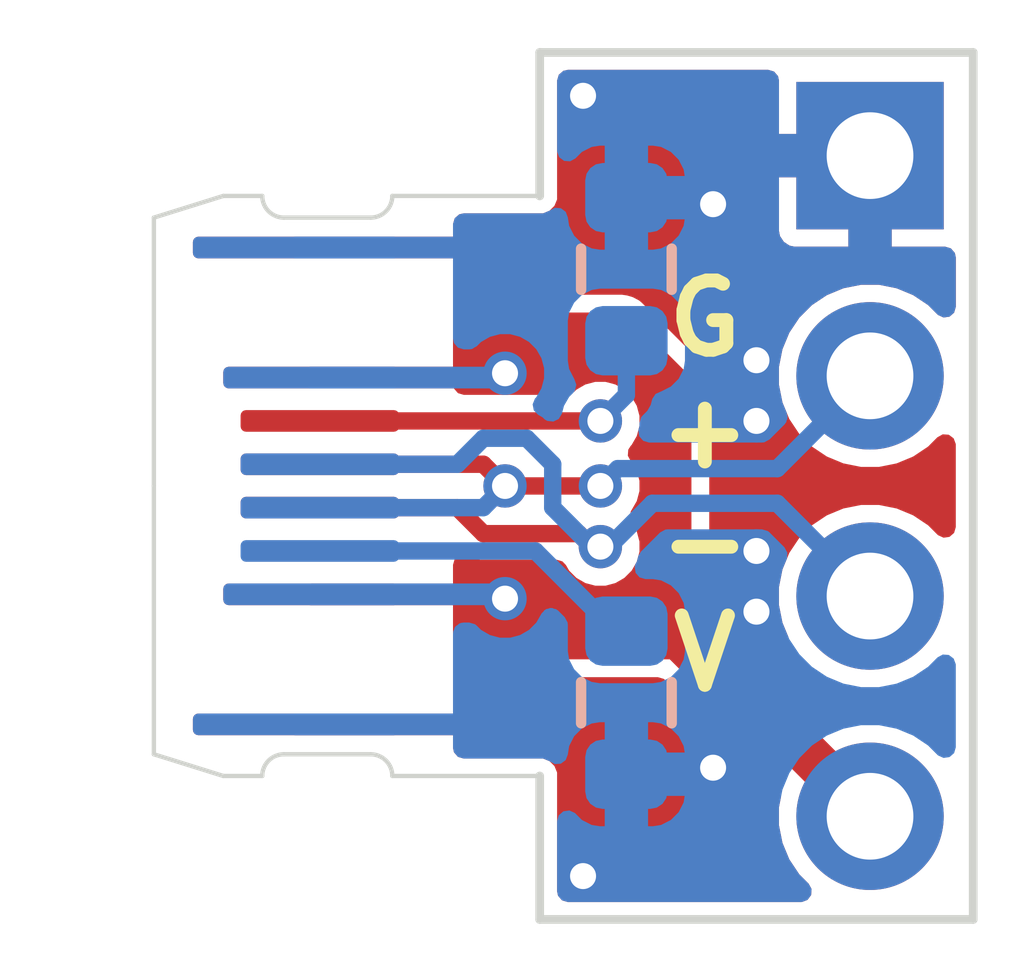
<source format=kicad_pcb>
(kicad_pcb (version 20241229) (generator "pcbnew") (generator_version "9.0")
  (layers (0 "F.Cu" signal) (2 "B.Cu" signal) (13 "F.Paste" user) (15 "B.Paste" user) (5 "F.SilkS" user "F.Silkscreen") (7 "B.SilkS" user "B.Silkscreen") (1 "F.Mask" user) (3 "B.Mask" user) (25 "Edge.Cuts" user))
  (net 0 "")
  (net 1 "VBUS")
  (net 2 "GND")
  (net 3 "D-")
  (net 4 "Net-(J1-CC1)")
  (net 5 "D+")
  (net 6 "Net-(J1-CC2)")
  (footprint "Library:USB-C" (layer "F.Cu") (at 100 100 -90)
    (property "Reference" "J1" (hide yes))
    (property "Value" "USB_C_Receptacle_USB2.0_14P" (hide yes))
    (fp_line (start -3.095 4.45) (end 0 4.45) (stroke (width 0.05)) (layer "Edge.Cuts"))
    (fp_line (start 3.095 4.45) (end 0 4.45) (stroke (width 0.05)) (layer "Edge.Cuts"))
    (fp_line (start -3.345 3.65) (end -3.095 4.45) (stroke (width 0.05)) (layer "Edge.Cuts"))
    (fp_line (start 3.345 3.65) (end 3.095 4.45) (stroke (width 0.05)) (layer "Edge.Cuts"))
    (fp_line (start -3.345 3.2) (end -3.345 3.65) (stroke (width 0.05)) (layer "Edge.Cuts"))
    (fp_line (start 3.345 3.2) (end 3.345 3.65) (stroke (width 0.05)) (layer "Edge.Cuts"))
    (fp_line (start -3.095 1.95) (end -3.095 2.95) (stroke (width 0.05)) (layer "Edge.Cuts"))
    (fp_line (start 3.095 1.95) (end 3.095 2.95) (stroke (width 0.05)) (layer "Edge.Cuts"))
    (fp_line (start -3.345 0) (end -3.345 1.7) (stroke (width 0.05)) (layer "Edge.Cuts"))
    (fp_line (start 3.345 0) (end 3.345 1.7) (stroke (width 0.05)) (layer "Edge.Cuts"))
    (fp_arc (start 3.345 3.2) (mid 3.168223 3.126777) (end 3.095 2.95) (stroke (width 0.05)) (layer "Edge.Cuts"))
    (fp_arc (start -3.095 2.95) (mid -3.168223 3.126777) (end -3.345 3.2) (stroke (width 0.05)) (layer "Edge.Cuts"))
    (fp_arc (start 3.095 1.95) (mid 3.168223 1.773223) (end 3.345 1.7) (stroke (width 0.05)) (layer "Edge.Cuts"))
    (fp_arc (start -3.345 1.7) (mid -3.168223 1.773223) (end -3.095 1.95) (stroke (width 0.05)) (layer "Edge.Cuts"))
    (pad "A1" smd roundrect (at -2.75 2.81 180) (size 2.38 0.25) (layers "F.Cu" "F.Mask" "F.Paste") (net 2 "GND"))
    (pad "A4" smd roundrect (at -1.25 2.635 180) (size 2.03 0.25) (layers "F.Cu" "F.Mask" "F.Paste") (net 1 "VBUS"))
    (pad "A5" smd roundrect (at -0.75 2.535 180) (size 1.83 0.25) (layers "F.Cu" "F.Mask" "F.Paste") (net 4 "Net-(J1-CC1)"))
    (pad "A6" smd roundrect (at -0.25 2.535 180) (size 1.83 0.25) (layers "F.Cu" "F.Mask" "F.Paste") (net 5 "D+"))
    (pad "A7" smd roundrect (at 0.25 2.535 180) (size 1.83 0.25) (layers "F.Cu" "F.Mask" "F.Paste") (net 3 "D-"))
    (pad "A9" smd roundrect (at 1.25 2.635 180) (size 2.03 0.25) (layers "F.Cu" "F.Mask" "F.Paste") (net 1 "VBUS"))
    (pad "A12" smd roundrect (at 2.75 2.81 180) (size 2.38 0.25) (layers "F.Cu" "F.Mask" "F.Paste") (net 2 "GND"))
    (pad "B1" smd roundrect (at 2.75 2.81 180) (size 2.38 0.25) (layers "B.Cu" "B.Mask" "B.Paste") (net 2 "GND"))
    (pad "B4" smd roundrect (at 1.25 2.635 180) (size 2.03 0.25) (layers "B.Cu" "B.Mask" "B.Paste") (net 1 "VBUS"))
    (pad "B5" smd roundrect (at 0.75 2.535 180) (size 1.83 0.25) (layers "B.Cu" "B.Mask" "B.Paste") (net 6 "Net-(J1-CC2)"))
    (pad "B6" smd roundrect (at 0.25 2.535 180) (size 1.83 0.25) (layers "B.Cu" "B.Mask" "B.Paste") (net 5 "D+"))
    (pad "B7" smd roundrect (at -0.25 2.535 180) (size 1.83 0.25) (layers "B.Cu" "B.Mask" "B.Paste") (net 3 "D-"))
    (pad "B9" smd roundrect (at -1.25 2.635 180) (size 2.03 0.25) (layers "B.Cu" "B.Mask" "B.Paste") (net 1 "VBUS"))
    (pad "B12" smd roundrect (at -2.75 2.81 180) (size 2.38 0.25) (layers "B.Cu" "B.Mask" "B.Paste") (net 2 "GND"))
  )
  (footprint "Resistor_SMD:R_0603_1608Metric" (layer "B.Cu") (at 101 102.5 -90)
    (property "Reference" "R2" (hide yes))
    (property "Value" "4k7" (hide yes))
    (fp_line (start -0.237258 0.5225) (end 0.237258 0.5225) (stroke (width 0.12)) (layer "B.SilkS"))
    (fp_line (start -0.237258 -0.5225) (end 0.237258 -0.5225) (stroke (width 0.12)) (layer "B.SilkS"))
    (pad "1" smd roundrect (at -0.825 0 270) (size 0.8 0.95) (layers "B.Cu" "B.Mask" "B.Paste") (net 6 "Net-(J1-CC2)"))
    (pad "2" smd roundrect (at 0.825 0 270) (size 0.8 0.95) (layers "B.Cu" "B.Mask" "B.Paste") (net 2 "GND"))
  )
  (footprint "Connector_PinHeader_2.54mm:PinHeader_1x04_P2.54mm_Vertical" (layer "B.Cu") (at 103.81 96.19 180)
    (property "Reference" "J2" (hide yes))
    (property "Value" "Conn_01x04_Pin" (hide yes))
    (pad "1" thru_hole rect (at 0 0 180) (size 1.7 1.7) (drill 1) (layers "*.Cu" "*.Mask") (net 2 "GND"))
    (pad "2" thru_hole circle (at 0 -2.54 180) (size 1.7 1.7) (drill 1) (layers "*.Cu" "*.Mask") (net 5 "D+"))
    (pad "3" thru_hole circle (at 0 -5.08 180) (size 1.7 1.7) (drill 1) (layers "*.Cu" "*.Mask") (net 3 "D-"))
    (pad "4" thru_hole circle (at 0 -7.62 180) (size 1.7 1.7) (drill 1) (layers "*.Cu" "*.Mask") (net 1 "VBUS"))
  )
  (footprint "Resistor_SMD:R_0603_1608Metric" (layer "B.Cu") (at 101 97.5 90)
    (property "Reference" "R1" (hide yes))
    (property "Value" "4k7" (hide yes))
    (fp_line (start -0.237258 -0.5225) (end 0.237258 -0.5225) (stroke (width 0.12)) (layer "B.SilkS"))
    (fp_line (start -0.237258 0.5225) (end 0.237258 0.5225) (stroke (width 0.12)) (layer "B.SilkS"))
    (pad "1" smd roundrect (at -0.825 0 90) (size 0.8 0.95) (layers "B.Cu" "B.Mask" "B.Paste") (net 4 "Net-(J1-CC1)"))
    (pad "2" smd roundrect (at 0.825 0 90) (size 0.8 0.95) (layers "B.Cu" "B.Mask" "B.Paste") (net 2 "GND"))
  )
  (gr_line (start 105 95) (end 105 105) (stroke (width 0.1)) (layer "Edge.Cuts"))
  (gr_line (start 105 95) (end 100 95) (stroke (width 0.1)) (layer "Edge.Cuts"))
  (gr_line (start 100 105) (end 100 103.345) (stroke (width 0.1)) (layer "Edge.Cuts"))
  (gr_line (start 100 96.655) (end 100 95) (stroke (width 0.1)) (layer "Edge.Cuts"))
  (gr_line (start 100 105) (end 105 105) (stroke (width 0.1)) (layer "Edge.Cuts"))
  (gr_text "G\n+\n-\nV" (at 101.905 100 0) (layer "F.SilkS") (effects (font (size 0.8 0.8) (thickness 0.16) (bold yes))))
  (segment (start 99.55 101.25) (end 99.6 101.3) (width 0.25) (layer "F.Cu") (net 1))
  (segment (start 97.365 101.25) (end 99.55 101.25) (width 0.25) (layer "F.Cu") (net 1))
  (segment (start 97.365 98.75) (end 99.55 98.75) (width 0.25) (layer "F.Cu") (net 1))
  (segment (start 99.55 98.75) (end 99.6 98.7) (width 0.25) (layer "F.Cu") (net 1))
  (via (at 99.6 101.3) (size 0.5) (drill 0.3) (layers "F.Cu" "B.Cu") (net 1))
  (via (at 99.6 98.7) (size 0.5) (drill 0.3) (layers "F.Cu" "B.Cu") (net 1))
  (segment (start 97.365 101.25) (end 99.55 101.25) (width 0.25) (layer "B.Cu") (net 1))
  (segment (start 99.55 98.75) (end 99.6 98.7) (width 0.25) (layer "B.Cu") (net 1))
  (segment (start 99.55 101.25) (end 99.6 101.3) (width 0.25) (layer "B.Cu") (net 1))
  (segment (start 97.365 98.75) (end 99.55 98.75) (width 0.25) (layer "B.Cu") (net 1))
  (segment (start 97.19 102.75) (end 99.6 102.75) (width 0.25) (layer "F.Cu") (net 2))
  (segment (start 97.19 97.25) (end 99.6 97.25) (width 0.25) (layer "F.Cu") (net 2))
  (via (at 102.5 101.45) (size 0.5) (drill 0.3) (layers "F.Cu" "B.Cu") (net 2))
  (via (at 100.5 95.5) (size 0.5) (drill 0.3) (layers "F.Cu" "B.Cu") (net 2))
  (via (at 102 96.75) (size 0.5) (drill 0.3) (layers "F.Cu" "B.Cu") (net 2))
  (via (at 102.5 99.25) (size 0.5) (drill 0.3) (layers "F.Cu" "B.Cu") (net 2))
  (via (at 102.5 98.55) (size 0.5) (drill 0.3) (layers "F.Cu" "B.Cu") (net 2))
  (via (at 102 103.25) (size 0.5) (drill 0.3) (layers "F.Cu" "B.Cu") (net 2))
  (via (at 102.5 100.75) (size 0.5) (drill 0.3) (layers "F.Cu" "B.Cu") (net 2))
  (via (at 100.5 104.5) (size 0.5) (drill 0.3) (layers "F.Cu" "B.Cu") (net 2))
  (segment (start 97.19 97.25) (end 99.6 97.25) (width 0.25) (layer "B.Cu") (net 2))
  (segment (start 99.6 102.75) (end 97.19 102.75) (width 0.25) (layer "B.Cu") (net 2))
  (segment (start 99.35 100.55) (end 99.05 100.25) (width 0.2) (layer "F.Cu") (net 3))
  (segment (start 100.7 100.7) (end 100.6 100.7) (width 0.2) (layer "F.Cu") (net 3))
  (segment (start 100.6 100.7) (end 100.45 100.55) (width 0.2) (layer "F.Cu") (net 3))
  (segment (start 99.05 100.25) (end 97.465 100.25) (width 0.2) (layer "F.Cu") (net 3))
  (segment (start 100.45 100.55) (end 99.35 100.55) (width 0.2) (layer "F.Cu") (net 3))
  (via (at 100.7 100.7) (size 0.5) (drill 0.3) (layers "F.Cu" "B.Cu") (net 3))
  (segment (start 100.6 100.7) (end 100.15 100.25) (width 0.2) (layer "B.Cu") (net 3))
  (segment (start 100.15 99.75) (end 99.85 99.45) (width 0.2) (layer "B.Cu") (net 3))
  (segment (start 100.15 100.25) (end 100.15 99.75) (width 0.2) (layer "B.Cu") (net 3))
  (segment (start 102.74 100.2) (end 103.81 101.27) (width 0.2) (layer "B.Cu") (net 3))
  (segment (start 100.7 100.7) (end 100.8 100.7) (width 0.2) (layer "B.Cu") (net 3))
  (segment (start 100.8 100.7) (end 101.299 100.201) (width 0.2) (layer "B.Cu") (net 3))
  (segment (start 99.05 99.75) (end 97.465 99.75) (width 0.2) (layer "B.Cu") (net 3))
  (segment (start 101.3 100.2) (end 102.74 100.2) (width 0.2) (layer "B.Cu") (net 3))
  (segment (start 99.85 99.45) (end 99.35 99.45) (width 0.2) (layer "B.Cu") (net 3))
  (segment (start 99.35 99.45) (end 99.05 99.75) (width 0.2) (layer "B.Cu") (net 3))
  (segment (start 101.299 100.201) (end 101.3 100.201) (width 0.2) (layer "B.Cu") (net 3))
  (segment (start 100.7 100.7) (end 100.6 100.7) (width 0.2) (layer "B.Cu") (net 3))
  (segment (start 100.7 99.25) (end 97.465 99.25) (width 0.2) (layer "F.Cu") (net 4))
  (via (at 100.7 99.25) (size 0.5) (drill 0.3) (layers "F.Cu" "B.Cu") (net 4))
  (segment (start 101 98.325) (end 101 98.95) (width 0.2) (layer "B.Cu") (net 4))
  (segment (start 101 98.95) (end 100.7 99.25) (width 0.2) (layer "B.Cu") (net 4))
  (segment (start 99.35 99.75) (end 97.465 99.75) (width 0.2) (layer "F.Cu") (net 5))
  (segment (start 103.77 98.73) (end 103.81 98.73) (width 0.2) (layer "F.Cu") (net 5))
  (segment (start 99.6 100) (end 99.35 99.75) (width 0.2) (layer "F.Cu") (net 5))
  (segment (start 99.6 100) (end 100.7 100) (width 0.2) (layer "F.Cu") (net 5))
  (via (at 99.6 100) (size 0.5) (drill 0.3) (layers "F.Cu" "B.Cu") (net 5))
  (via (at 100.7 100) (size 0.5) (drill 0.3) (layers "F.Cu" "B.Cu") (net 5))
  (segment (start 99.35 100.25) (end 97.465 100.25) (width 0.2) (layer "B.Cu") (net 5))
  (segment (start 102.74 99.8) (end 103.81 98.73) (width 0.2) (layer "B.Cu") (net 5))
  (segment (start 99.6 100) (end 99.35 100.25) (width 0.2) (layer "B.Cu") (net 5))
  (segment (start 100.9 99.8) (end 102.74 99.8) (width 0.2) (layer "B.Cu") (net 5))
  (segment (start 100.7 100) (end 100.9 99.8) (width 0.2) (layer "B.Cu") (net 5))
  (segment (start 100.875 101.675) (end 101 101.675) (width 0.2) (layer "B.Cu") (net 6))
  (segment (start 99.95 100.75) (end 100.875 101.675) (width 0.2) (layer "B.Cu") (net 6))
  (segment (start 97.465 100.75) (end 99.95 100.75) (width 0.2) (layer "B.Cu") (net 6))
  (zone (net 1) (net_name "VBUS") (layer "F.Cu") (priority 1) (connect_pads (clearance 0.2)) (min_thickness 0.25) (fill yes (thermal_gap 0.2) (thermal_bridge_width 0.5))
    (polygon (pts (xy 99 98) (xy 101 98) (xy 101.75 98.75) (xy 101.75 101.25) (xy 103.5 103) (xy 103 103.5) (xy 101.5 102) (xy 99 102)))
  )
  (zone (net 2) (net_name "GND") (layers "F.Cu" "B.Cu") (connect_pads (clearance 0.2)) (min_thickness 0.25) (fill yes (thermal_gap 0.2) (thermal_bridge_width 0.5))
    (polygon (pts (xy 99 105.2) (xy 105.2 105.2) (xy 105.2 94.8) (xy 99 94.8)))
  )
)
</source>
